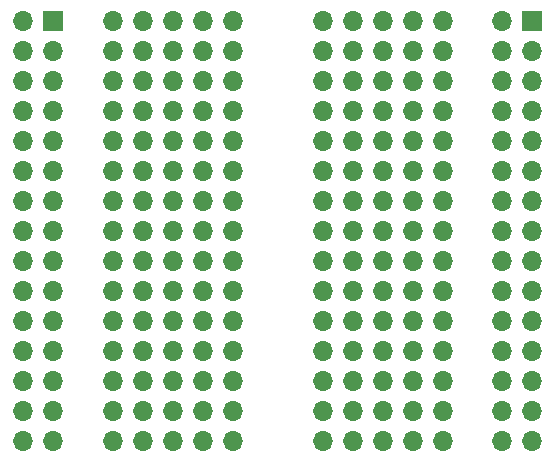
<source format=gbr>
%TF.GenerationSoftware,KiCad,Pcbnew,7.0.2*%
%TF.CreationDate,2024-01-29T20:47:06-05:00*%
%TF.ProjectId,dpx_perv_5x15,6470785f-7065-4727-965f-357831352e6b,rev?*%
%TF.SameCoordinates,Original*%
%TF.FileFunction,Copper,L1,Top*%
%TF.FilePolarity,Positive*%
%FSLAX46Y46*%
G04 Gerber Fmt 4.6, Leading zero omitted, Abs format (unit mm)*
G04 Created by KiCad (PCBNEW 7.0.2) date 2024-01-29 20:47:06*
%MOMM*%
%LPD*%
G01*
G04 APERTURE LIST*
%TA.AperFunction,ComponentPad*%
%ADD10R,1.700000X1.700000*%
%TD*%
%TA.AperFunction,ComponentPad*%
%ADD11O,1.700000X1.700000*%
%TD*%
G04 APERTURE END LIST*
D10*
%TO.P,J1,1,Pin_1*%
%TO.N,VCC*%
X46220000Y-33615000D03*
D11*
%TO.P,J1,2,Pin_2*%
%TO.N,GND*%
X43680000Y-33615000D03*
%TO.P,J1,3,Pin_3*%
%TO.N,VCC*%
X46220000Y-36155000D03*
%TO.P,J1,4,Pin_4*%
%TO.N,GND*%
X43680000Y-36155000D03*
%TO.P,J1,5,Pin_5*%
%TO.N,VCC*%
X46220000Y-38695000D03*
%TO.P,J1,6,Pin_6*%
%TO.N,GND*%
X43680000Y-38695000D03*
%TO.P,J1,7,Pin_7*%
%TO.N,VCC*%
X46220000Y-41235000D03*
%TO.P,J1,8,Pin_8*%
%TO.N,GND*%
X43680000Y-41235000D03*
%TO.P,J1,9,Pin_9*%
%TO.N,VCC*%
X46220000Y-43775000D03*
%TO.P,J1,10,Pin_10*%
%TO.N,GND*%
X43680000Y-43775000D03*
%TO.P,J1,11,Pin_11*%
%TO.N,VCC*%
X46220000Y-46315000D03*
%TO.P,J1,12,Pin_12*%
%TO.N,GND*%
X43680000Y-46315000D03*
%TO.P,J1,13,Pin_13*%
%TO.N,VCC*%
X46220000Y-48855000D03*
%TO.P,J1,14,Pin_14*%
%TO.N,GND*%
X43680000Y-48855000D03*
%TO.P,J1,15,Pin_15*%
%TO.N,VCC*%
X46220000Y-51395000D03*
%TO.P,J1,16,Pin_16*%
%TO.N,GND*%
X43680000Y-51395000D03*
%TO.P,J1,17,Pin_17*%
%TO.N,VCC*%
X46220000Y-53935000D03*
%TO.P,J1,18,Pin_18*%
%TO.N,GND*%
X43680000Y-53935000D03*
%TO.P,J1,19,Pin_19*%
%TO.N,VCC*%
X46220000Y-56475000D03*
%TO.P,J1,20,Pin_20*%
%TO.N,GND*%
X43680000Y-56475000D03*
%TO.P,J1,21,Pin_21*%
%TO.N,VCC*%
X46220000Y-59015000D03*
%TO.P,J1,22,Pin_22*%
%TO.N,GND*%
X43680000Y-59015000D03*
%TO.P,J1,23,Pin_23*%
%TO.N,VCC*%
X46220000Y-61555000D03*
%TO.P,J1,24,Pin_24*%
%TO.N,GND*%
X43680000Y-61555000D03*
%TO.P,J1,25,Pin_25*%
%TO.N,VCC*%
X46220000Y-64095000D03*
%TO.P,J1,26,Pin_26*%
%TO.N,GND*%
X43680000Y-64095000D03*
%TO.P,J1,27,Pin_27*%
%TO.N,VCC*%
X46220000Y-66635000D03*
%TO.P,J1,28,Pin_28*%
%TO.N,GND*%
X43680000Y-66635000D03*
%TO.P,J1,29,Pin_29*%
%TO.N,VCC*%
X46220000Y-69175000D03*
%TO.P,J1,30,Pin_30*%
%TO.N,GND*%
X43680000Y-69175000D03*
%TD*%
D10*
%TO.P,J2,1,Pin_1*%
%TO.N,VCC*%
X86770000Y-33615000D03*
D11*
%TO.P,J2,2,Pin_2*%
%TO.N,GND*%
X84230000Y-33615000D03*
%TO.P,J2,3,Pin_3*%
%TO.N,VCC*%
X86770000Y-36155000D03*
%TO.P,J2,4,Pin_4*%
%TO.N,GND*%
X84230000Y-36155000D03*
%TO.P,J2,5,Pin_5*%
%TO.N,VCC*%
X86770000Y-38695000D03*
%TO.P,J2,6,Pin_6*%
%TO.N,GND*%
X84230000Y-38695000D03*
%TO.P,J2,7,Pin_7*%
%TO.N,VCC*%
X86770000Y-41235000D03*
%TO.P,J2,8,Pin_8*%
%TO.N,GND*%
X84230000Y-41235000D03*
%TO.P,J2,9,Pin_9*%
%TO.N,VCC*%
X86770000Y-43775000D03*
%TO.P,J2,10,Pin_10*%
%TO.N,GND*%
X84230000Y-43775000D03*
%TO.P,J2,11,Pin_11*%
%TO.N,VCC*%
X86770000Y-46315000D03*
%TO.P,J2,12,Pin_12*%
%TO.N,GND*%
X84230000Y-46315000D03*
%TO.P,J2,13,Pin_13*%
%TO.N,VCC*%
X86770000Y-48855000D03*
%TO.P,J2,14,Pin_14*%
%TO.N,GND*%
X84230000Y-48855000D03*
%TO.P,J2,15,Pin_15*%
%TO.N,VCC*%
X86770000Y-51395000D03*
%TO.P,J2,16,Pin_16*%
%TO.N,GND*%
X84230000Y-51395000D03*
%TO.P,J2,17,Pin_17*%
%TO.N,VCC*%
X86770000Y-53935000D03*
%TO.P,J2,18,Pin_18*%
%TO.N,GND*%
X84230000Y-53935000D03*
%TO.P,J2,19,Pin_19*%
%TO.N,VCC*%
X86770000Y-56475000D03*
%TO.P,J2,20,Pin_20*%
%TO.N,GND*%
X84230000Y-56475000D03*
%TO.P,J2,21,Pin_21*%
%TO.N,VCC*%
X86770000Y-59015000D03*
%TO.P,J2,22,Pin_22*%
%TO.N,GND*%
X84230000Y-59015000D03*
%TO.P,J2,23,Pin_23*%
%TO.N,VCC*%
X86770000Y-61555000D03*
%TO.P,J2,24,Pin_24*%
%TO.N,GND*%
X84230000Y-61555000D03*
%TO.P,J2,25,Pin_25*%
%TO.N,VCC*%
X86770000Y-64095000D03*
%TO.P,J2,26,Pin_26*%
%TO.N,GND*%
X84230000Y-64095000D03*
%TO.P,J2,27,Pin_27*%
%TO.N,VCC*%
X86770000Y-66635000D03*
%TO.P,J2,28,Pin_28*%
%TO.N,GND*%
X84230000Y-66635000D03*
%TO.P,J2,29,Pin_29*%
%TO.N,VCC*%
X86770000Y-69175000D03*
%TO.P,J2,30,Pin_30*%
%TO.N,GND*%
X84230000Y-69175000D03*
%TD*%
%TO.P,U2,1*%
%TO.N,N/C*%
X79195000Y-46310000D03*
%TO.P,U2,2*%
X76655000Y-46310000D03*
%TO.P,U2,3*%
X74115000Y-46310000D03*
%TO.P,U2,4*%
X71575000Y-46310000D03*
%TO.P,U2,5*%
X69035000Y-46310000D03*
%TO.P,U2,6*%
X61435000Y-46310000D03*
%TO.P,U2,11*%
X79195000Y-48850000D03*
%TO.P,U2,12*%
X76655000Y-48850000D03*
%TO.P,U2,13*%
X74115000Y-48850000D03*
%TO.P,U2,14*%
X71575000Y-48850000D03*
%TO.P,U2,15*%
X69035000Y-48850000D03*
%TO.P,U2,16*%
X61435000Y-48850000D03*
%TO.P,U2,17*%
X58895000Y-48850000D03*
X58885000Y-46310000D03*
%TO.P,U2,18*%
X56355000Y-48850000D03*
X56345000Y-46310000D03*
%TO.P,U2,19*%
X53815000Y-48850000D03*
X53805000Y-46310000D03*
%TO.P,U2,20*%
X51275000Y-48850000D03*
X51265000Y-46310000D03*
%TO.P,U2,21*%
X79195000Y-51390000D03*
%TO.P,U2,22*%
X76655000Y-51390000D03*
%TO.P,U2,23*%
X74115000Y-51390000D03*
%TO.P,U2,24*%
X71575000Y-51390000D03*
%TO.P,U2,25*%
X69035000Y-51390000D03*
%TO.P,U2,26*%
X61435000Y-51390000D03*
%TO.P,U2,27*%
X58895000Y-51390000D03*
%TO.P,U2,28*%
X56355000Y-51390000D03*
%TO.P,U2,29*%
X53815000Y-51390000D03*
%TO.P,U2,30*%
X51275000Y-51390000D03*
%TO.P,U2,31*%
X79195000Y-53930000D03*
%TO.P,U2,32*%
X76655000Y-53930000D03*
%TO.P,U2,33*%
X74115000Y-53930000D03*
%TO.P,U2,34*%
X71575000Y-53930000D03*
%TO.P,U2,35*%
X69035000Y-53930000D03*
%TO.P,U2,36*%
X61435000Y-53930000D03*
%TO.P,U2,37*%
X58895000Y-53930000D03*
%TO.P,U2,38*%
X56355000Y-53930000D03*
%TO.P,U2,39*%
X53815000Y-53930000D03*
%TO.P,U2,40*%
X51275000Y-53930000D03*
%TO.P,U2,41*%
X79195000Y-56470000D03*
%TO.P,U2,42*%
X76655000Y-56470000D03*
%TO.P,U2,43*%
X74115000Y-56470000D03*
%TO.P,U2,44*%
X71575000Y-56470000D03*
%TO.P,U2,45*%
X69035000Y-56470000D03*
%TO.P,U2,46*%
X61435000Y-56470000D03*
%TO.P,U2,47*%
X58895000Y-56470000D03*
%TO.P,U2,48*%
X56355000Y-56470000D03*
%TO.P,U2,49*%
X53815000Y-56470000D03*
%TO.P,U2,50*%
X51275000Y-56470000D03*
%TD*%
%TO.P,U1,1*%
%TO.N,N/C*%
X79180000Y-33615000D03*
%TO.P,U1,2*%
X76640000Y-33615000D03*
%TO.P,U1,3*%
X74100000Y-33615000D03*
%TO.P,U1,4*%
X71560000Y-33615000D03*
%TO.P,U1,5*%
X69020000Y-33615000D03*
%TO.P,U1,6*%
X61420000Y-33615000D03*
%TO.P,U1,11*%
X79180000Y-36155000D03*
%TO.P,U1,12*%
X76640000Y-36155000D03*
%TO.P,U1,13*%
X74100000Y-36155000D03*
%TO.P,U1,14*%
X71560000Y-36155000D03*
%TO.P,U1,15*%
X69020000Y-36155000D03*
%TO.P,U1,16*%
X61420000Y-36155000D03*
%TO.P,U1,17*%
X58880000Y-36155000D03*
X58870000Y-33615000D03*
%TO.P,U1,18*%
X56340000Y-36155000D03*
X56330000Y-33615000D03*
%TO.P,U1,19*%
X53800000Y-36155000D03*
X53790000Y-33615000D03*
%TO.P,U1,20*%
X51260000Y-36155000D03*
X51250000Y-33615000D03*
%TO.P,U1,21*%
X79180000Y-38695000D03*
%TO.P,U1,22*%
X76640000Y-38695000D03*
%TO.P,U1,23*%
X74100000Y-38695000D03*
%TO.P,U1,24*%
X71560000Y-38695000D03*
%TO.P,U1,25*%
X69020000Y-38695000D03*
%TO.P,U1,26*%
X61420000Y-38695000D03*
%TO.P,U1,27*%
X58880000Y-38695000D03*
%TO.P,U1,28*%
X56340000Y-38695000D03*
%TO.P,U1,29*%
X53800000Y-38695000D03*
%TO.P,U1,30*%
X51260000Y-38695000D03*
%TO.P,U1,31*%
X79180000Y-41235000D03*
%TO.P,U1,32*%
X76640000Y-41235000D03*
%TO.P,U1,33*%
X74100000Y-41235000D03*
%TO.P,U1,34*%
X71560000Y-41235000D03*
%TO.P,U1,35*%
X69020000Y-41235000D03*
%TO.P,U1,36*%
X61420000Y-41235000D03*
%TO.P,U1,37*%
X58880000Y-41235000D03*
%TO.P,U1,38*%
X56340000Y-41235000D03*
%TO.P,U1,39*%
X53800000Y-41235000D03*
%TO.P,U1,40*%
X51260000Y-41235000D03*
%TO.P,U1,41*%
X79180000Y-43775000D03*
%TO.P,U1,42*%
X76640000Y-43775000D03*
%TO.P,U1,43*%
X74100000Y-43775000D03*
%TO.P,U1,44*%
X71560000Y-43775000D03*
%TO.P,U1,45*%
X69020000Y-43775000D03*
%TO.P,U1,46*%
X61420000Y-43775000D03*
%TO.P,U1,47*%
X58880000Y-43775000D03*
%TO.P,U1,48*%
X56340000Y-43775000D03*
%TO.P,U1,49*%
X53800000Y-43775000D03*
%TO.P,U1,50*%
X51260000Y-43775000D03*
%TD*%
%TO.P,U3,1*%
%TO.N,N/C*%
X79185000Y-59020000D03*
%TO.P,U3,2*%
X76645000Y-59020000D03*
%TO.P,U3,3*%
X74105000Y-59020000D03*
%TO.P,U3,4*%
X71565000Y-59020000D03*
%TO.P,U3,5*%
X69025000Y-59020000D03*
%TO.P,U3,6*%
X61425000Y-59020000D03*
%TO.P,U3,11*%
X79185000Y-61560000D03*
%TO.P,U3,12*%
X76645000Y-61560000D03*
%TO.P,U3,13*%
X74105000Y-61560000D03*
%TO.P,U3,14*%
X71565000Y-61560000D03*
%TO.P,U3,15*%
X69025000Y-61560000D03*
%TO.P,U3,16*%
X61425000Y-61560000D03*
%TO.P,U3,17*%
X58885000Y-61560000D03*
X58875000Y-59020000D03*
%TO.P,U3,18*%
X56345000Y-61560000D03*
X56335000Y-59020000D03*
%TO.P,U3,19*%
X53805000Y-61560000D03*
X53795000Y-59020000D03*
%TO.P,U3,20*%
X51265000Y-61560000D03*
X51255000Y-59020000D03*
%TO.P,U3,21*%
X79185000Y-64100000D03*
%TO.P,U3,22*%
X76645000Y-64100000D03*
%TO.P,U3,23*%
X74105000Y-64100000D03*
%TO.P,U3,24*%
X71565000Y-64100000D03*
%TO.P,U3,25*%
X69025000Y-64100000D03*
%TO.P,U3,26*%
X61425000Y-64100000D03*
%TO.P,U3,27*%
X58885000Y-64100000D03*
%TO.P,U3,28*%
X56345000Y-64100000D03*
%TO.P,U3,29*%
X53805000Y-64100000D03*
%TO.P,U3,30*%
X51265000Y-64100000D03*
%TO.P,U3,31*%
X79185000Y-66640000D03*
%TO.P,U3,32*%
X76645000Y-66640000D03*
%TO.P,U3,33*%
X74105000Y-66640000D03*
%TO.P,U3,34*%
X71565000Y-66640000D03*
%TO.P,U3,35*%
X69025000Y-66640000D03*
%TO.P,U3,36*%
X61425000Y-66640000D03*
%TO.P,U3,37*%
X58885000Y-66640000D03*
%TO.P,U3,38*%
X56345000Y-66640000D03*
%TO.P,U3,39*%
X53805000Y-66640000D03*
%TO.P,U3,40*%
X51265000Y-66640000D03*
%TO.P,U3,41*%
X79185000Y-69180000D03*
%TO.P,U3,42*%
X76645000Y-69180000D03*
%TO.P,U3,43*%
X74105000Y-69180000D03*
%TO.P,U3,44*%
X71565000Y-69180000D03*
%TO.P,U3,45*%
X69025000Y-69180000D03*
%TO.P,U3,46*%
X61425000Y-69180000D03*
%TO.P,U3,47*%
X58885000Y-69180000D03*
%TO.P,U3,48*%
X56345000Y-69180000D03*
%TO.P,U3,49*%
X53805000Y-69180000D03*
%TO.P,U3,50*%
X51265000Y-69180000D03*
%TD*%
M02*

</source>
